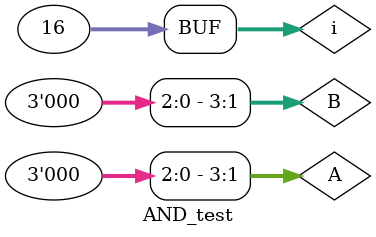
<source format=v>
`timescale 1ns / 1ps


module AND(input [3:0] A,B, output [3:0] Y);

and g1(Y[0], A[0], B[0]);
and g2(Y[1], A[1], B[1]);
and g3(Y[2], A[2], B[2]);
and g4(Y[3], A[3], B[3]);

endmodule

module AND_test();
reg [3:0] A,B;
wire [3:0] Y;
integer i;

AND uut(A,B,Y);
initial begin
for(i = 0; i<16; i = i+1)
begin
A = $urandom;
B = $urandom;
#10;
end
end
endmodule

</source>
